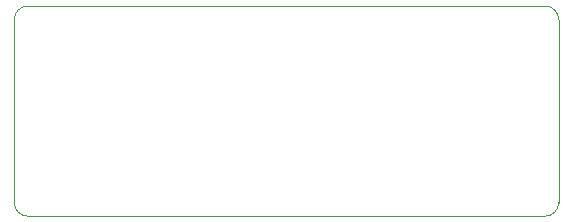
<source format=gbr>
G04 #@! TF.GenerationSoftware,KiCad,Pcbnew,6.0.4+dfsg-1+b1*
G04 #@! TF.CreationDate,2022-05-02T16:53:39-04:00*
G04 #@! TF.ProjectId,PortaNet,506f7274-614e-4657-942e-6b696361645f,4.0*
G04 #@! TF.SameCoordinates,Original*
G04 #@! TF.FileFunction,Profile,NP*
%FSLAX46Y46*%
G04 Gerber Fmt 4.6, Leading zero omitted, Abs format (unit mm)*
G04 Created by KiCad (PCBNEW 6.0.4+dfsg-1+b1) date 2022-05-02 16:53:39*
%MOMM*%
%LPD*%
G01*
G04 APERTURE LIST*
G04 #@! TA.AperFunction,Profile*
%ADD10C,0.100000*%
G04 #@! TD*
G04 APERTURE END LIST*
D10*
X185293000Y-63627000D02*
G75*
G03*
X184150000Y-62484000I-1143000J0D01*
G01*
X184150000Y-80264000D02*
G75*
G03*
X185293000Y-79121000I0J1143000D01*
G01*
X139192000Y-79121000D02*
G75*
G03*
X140335000Y-80264000I1143000J0D01*
G01*
X140335000Y-62484000D02*
G75*
G03*
X139192000Y-63627000I0J-1143000D01*
G01*
X185293000Y-79121000D02*
X185293000Y-63627000D01*
X184150000Y-62484000D02*
X140335000Y-62484000D01*
X139192000Y-79121000D02*
X139192000Y-63627000D01*
X184150000Y-80264000D02*
X140335000Y-80264000D01*
M02*

</source>
